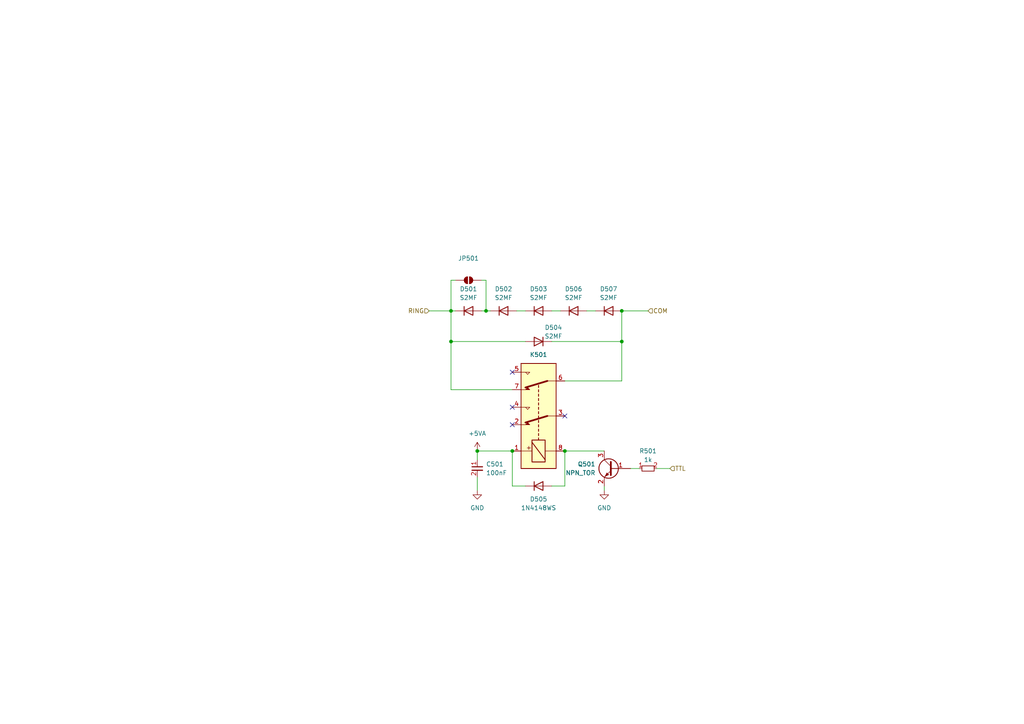
<source format=kicad_sch>
(kicad_sch (version 20231120) (generator "eeschema") (generator_version "8.0")
  (paper "A4")
  (lib_symbols
    (symbol "Jumper:SolderJumper_2_Open" (pin_numbers hide) (pin_names (offset 0) hide) (exclude_from_sim yes) (in_bom no)
      (property "Reference" "JP" (at 0 2.032 0))
      (property "Value" "SolderJumper_2_Open" (at 0 -2.54 0))
      (symbol "SolderJumper_2_Open_0_1"
        (arc (start -0.254 1.016) (mid -1.2656 0) (end -0.254 -1.016))
        (arc (start -0.254 1.016) (mid -1.2656 0) (end -0.254 -1.016) (fill (type outline)))
        (polyline (pts (xy -0.254 1.016) (xy -0.254 -1.016)))
        (polyline (pts (xy 0.254 1.016) (xy 0.254 -1.016)))
        (arc (start 0.254 -1.016) (mid 1.2656 0) (end 0.254 1.016))
        (arc (start 0.254 -1.016) (mid 1.2656 0) (end 0.254 1.016) (fill (type outline)))
      )
      (symbol "SolderJumper_2_Open_1_1"
        (pin passive line (at -3.81 0 0) (length 2.54) (name "A") (number "1"))
        (pin passive line (at 3.81 0 180) (length 2.54) (name "B") (number "2"))
      )
    )
    (symbol "capacitor_miscellaneous:C_0402_100nF"
      (property "Reference" "C" (at 1.27 2.54 0))
      (property "Value" "100nF" (at 3.81 -2.54 0))
      (symbol "C_0402_100nF_0_1"
        (polyline (pts (xy -1.524 -0.508) (xy 1.524 -0.508)) (stroke (width 0.3302)))
        (polyline (pts (xy -1.524 0.508) (xy 1.524 0.508)) (stroke (width 0.3048)))
      )
      (symbol "C_0402_100nF_1_1"
        (pin passive line (at 0 2.54 270) (length 2.032) (name "~") (number "1"))
        (pin passive line (at 0 -2.54 90) (length 2.032) (name "~") (number "2"))
      )
    )
    (symbol "custom_kicad_lib_sk:1N4148WS" (pin_numbers hide) (pin_names hide)
      (property "Reference" "D" (at 0 2.54 0))
      (property "Value" "1N4148WS" (at 0 -2.54 0))
      (symbol "1N4148WS_0_1"
        (polyline (pts (xy -1.27 1.27) (xy -1.27 -1.27)) (stroke (width 0.254)))
        (polyline (pts (xy 1.27 0) (xy -1.27 0)))
        (polyline (pts (xy 1.27 1.27) (xy 1.27 -1.27) (xy -1.27 0) (xy 1.27 1.27)) (stroke (width 0.254)))
      )
      (symbol "1N4148WS_1_1"
        (pin passive line (at -3.81 0 0) (length 2.54) (name "K") (number "1"))
        (pin passive line (at 3.81 0 180) (length 2.54) (name "A") (number "2"))
      )
    )
    (symbol "custom_kicad_lib_sk:G6K-2F-Y-TR DC5"
      (property "Reference" "K" (at 16.51 3.81 0))
      (symbol "G6K-2F-Y-TR DC5_0_0"
        (text "+" (at -9.271 2.921 0) (effects (font (size 1.27 1.27))))
      )
      (symbol "G6K-2F-Y-TR DC5_0_1"
        (rectangle (start -15.24 5.08) (end 15.24 -5.08) (stroke (width 0.254)) (fill (type background)))
        (rectangle (start -13.335 1.905) (end -6.985 -1.905) (stroke (width 0.254)))
        (polyline (pts (xy -12.7 -1.905) (xy -7.62 1.905)) (stroke (width 0.254)))
        (polyline (pts (xy -10.16 -5.08) (xy -10.16 -1.905)))
        (polyline (pts (xy -10.16 5.08) (xy -10.16 1.905)))
        (polyline (pts (xy -6.985 0) (xy -6.35 0)) (stroke (width 0.254)))
        (polyline (pts (xy -5.715 0) (xy -5.08 0)) (stroke (width 0.254)))
        (polyline (pts (xy -4.445 0) (xy -3.81 0)) (stroke (width 0.254)))
        (polyline (pts (xy -3.175 0) (xy -2.54 0)) (stroke (width 0.254)))
        (polyline (pts (xy -1.905 0) (xy -1.27 0)) (stroke (width 0.254)))
        (polyline (pts (xy -0.635 0) (xy 0 0)) (stroke (width 0.254)))
        (polyline (pts (xy 0 -2.54) (xy -1.905 3.81)) (stroke (width 0.508)))
        (polyline (pts (xy 0 -2.54) (xy 0 -5.08)))
        (polyline (pts (xy 0.635 0) (xy 1.27 0)) (stroke (width 0.254)))
        (polyline (pts (xy 1.905 0) (xy 2.54 0)) (stroke (width 0.254)))
        (polyline (pts (xy 3.175 0) (xy 3.81 0)) (stroke (width 0.254)))
        (polyline (pts (xy 4.445 0) (xy 5.08 0)) (stroke (width 0.254)))
        (polyline (pts (xy 5.715 0) (xy 6.35 0)) (stroke (width 0.254)))
        (polyline (pts (xy 6.985 0) (xy 7.62 0)) (stroke (width 0.254)))
        (polyline (pts (xy 8.255 0) (xy 8.89 0)) (stroke (width 0.254)))
        (polyline (pts (xy 10.16 -2.54) (xy 8.255 3.81)) (stroke (width 0.508)))
        (polyline (pts (xy 10.16 -2.54) (xy 10.16 -5.08)))
        (polyline (pts (xy -2.54 5.08) (xy -2.54 2.54) (xy -1.905 3.175) (xy -2.54 3.81)) (fill (type outline)))
        (polyline (pts (xy 2.54 5.08) (xy 2.54 2.54) (xy 1.905 3.175) (xy 2.54 3.81)))
        (polyline (pts (xy 7.62 5.08) (xy 7.62 2.54) (xy 8.255 3.175) (xy 7.62 3.81)) (fill (type outline)))
        (polyline (pts (xy 12.7 5.08) (xy 12.7 2.54) (xy 12.065 3.175) (xy 12.7 3.81)))
      )
      (symbol "G6K-2F-Y-TR DC5_1_1"
        (pin passive line (at -10.16 7.62 270) (length 2.54) (name "~") (number "1"))
        (pin passive line (at -2.54 7.62 270) (length 2.54) (name "~") (number "2"))
        (pin passive line (at 0 -7.62 90) (length 2.54) (name "~") (number "3"))
        (pin passive line (at 2.54 7.62 270) (length 2.54) (name "~") (number "4"))
        (pin passive line (at 12.7 7.62 270) (length 2.54) (name "~") (number "5"))
        (pin passive line (at 10.16 -7.62 90) (length 2.54) (name "~") (number "6"))
        (pin passive line (at 7.62 7.62 270) (length 2.54) (name "~") (number "7"))
        (pin passive line (at -10.16 -7.62 90) (length 2.54) (name "~") (number "8"))
      )
    )
    (symbol "custom_kicad_lib_sk:NPN_TOR" (pin_names (offset 0) hide)
      (property "Reference" "Q" (at 5.08 1.905 0))
      (property "Value" "NPN_TOR" (at 5.08 0 0))
      (symbol "NPN_TOR_0_1"
        (polyline (pts (xy 0.635 0.635) (xy 2.54 2.54)))
        (polyline (pts (xy 0.635 -0.635) (xy 2.54 -2.54) (xy 2.54 -2.54)))
        (polyline (pts (xy 0.635 1.905) (xy 0.635 -1.905) (xy 0.635 -1.905)) (stroke (width 0.508)))
        (polyline (pts (xy 1.27 -1.778) (xy 1.778 -1.27) (xy 2.286 -2.286) (xy 1.27 -1.778) (xy 1.27 -1.778)) (fill (type outline)))
        (circle (center 1.27 0) (radius 2.8194) (stroke (width 0.254)))
      )
      (symbol "NPN_TOR_1_1"
        (pin input line (at -5.08 0 0) (length 5.715) (name "B") (number "1"))
        (pin passive line (at 2.54 -5.08 90) (length 2.54) (name "E") (number "2"))
        (pin passive line (at 2.54 5.08 270) (length 2.54) (name "C") (number "3"))
      )
    )
    (symbol "custom_kicad_lib_sk:S2MF" (pin_numbers hide) (pin_names (offset 1.016) hide)
      (property "Reference" "D" (at 0 2.54 0))
      (property "Value" "S2MF" (at 0 -2.54 0))
      (symbol "S2MF_0_1"
        (polyline (pts (xy -1.27 1.27) (xy -1.27 -1.27)) (stroke (width 0.254)))
        (polyline (pts (xy 1.27 0) (xy -1.27 0)))
        (polyline (pts (xy 1.27 1.27) (xy 1.27 -1.27) (xy -1.27 0) (xy 1.27 1.27)) (stroke (width 0.254)))
      )
      (symbol "S2MF_1_1"
        (pin passive line (at -3.81 0 0) (length 2.54) (name "K") (number "1"))
        (pin passive line (at 3.81 0 180) (length 2.54) (name "A") (number "2"))
      )
    )
    (symbol "power:+5VA" (power) (pin_names (offset 0))
      (property "Value" "+5VA" (at 0 3.556 0))
      (symbol "+5VA_0_1"
        (polyline (pts (xy -0.762 1.27) (xy 0 2.54)))
        (polyline (pts (xy 0 0) (xy 0 2.54)))
        (polyline (pts (xy 0 2.54) (xy 0.762 1.27)))
      )
      (symbol "+5VA_1_1"
        (pin power_in line (at 0 0 90) (length 0) hide (name "+5VA") (number "1"))
      )
    )
    (symbol "power:GND" (power) (pin_names (offset 0))
      (property "Value" "GND" (at 0 -3.81 0))
      (symbol "GND_0_1"
        (polyline (pts (xy 0 0) (xy 0 -1.27) (xy 1.27 -1.27) (xy 0 -2.54) (xy -1.27 -1.27) (xy 0 -1.27)))
      )
      (symbol "GND_1_1"
        (pin power_in line (at 0 0 270) (length 0) hide (name "GND") (number "1"))
      )
    )
    (symbol "resistors_0603:R_1k_0603"
      (property "Reference" "R" (at 1.27 2.54 0))
      (property "Value" "1k" (at 2.54 -2.54 0))
      (symbol "R_1k_0603_0_1"
        (rectangle (start -0.762 1.778) (end 0.762 -1.778) (stroke (width 0.2032)))
      )
      (symbol "R_1k_0603_1_1"
        (pin passive line (at 0 2.54 270) (length 0.762) (name "~") (number "1"))
        (pin passive line (at 0 -2.54 90) (length 0.762) (name "~") (number "2"))
      )
    )
  )
  (junction (at 130.81 90.17))
  (junction (at 180.34 99.06))
  (junction (at 130.81 99.06))
  (junction (at 140.97 90.17))
  (junction (at 163.83 130.81))
  (junction (at 180.34 90.17))
  (junction (at 138.43 130.81))
  (junction (at 148.59 130.81))
  (no_connect (at 148.59 118.11))
  (no_connect (at 148.59 107.95))
  (no_connect (at 163.83 120.65))
  (no_connect (at 148.59 123.19))
  (wire (pts (xy 148.59 113.03) (xy 130.81 113.03)))
  (wire (pts (xy 139.7 90.17) (xy 140.97 90.17)))
  (wire (pts (xy 163.83 130.81) (xy 163.83 140.97)))
  (wire (pts (xy 160.02 99.06) (xy 180.34 99.06)))
  (wire (pts (xy 160.02 90.17) (xy 162.56 90.17)))
  (wire (pts (xy 140.97 81.28) (xy 140.97 90.17)))
  (wire (pts (xy 130.81 113.03) (xy 130.81 99.06)))
  (wire (pts (xy 163.83 130.81) (xy 175.26 130.81)))
  (wire (pts (xy 170.18 90.17) (xy 172.72 90.17)))
  (wire (pts (xy 180.34 99.06) (xy 180.34 90.17)))
  (wire (pts (xy 130.81 99.06) (xy 152.4 99.06)))
  (wire (pts (xy 124.46 90.17) (xy 130.81 90.17)))
  (wire (pts (xy 140.97 90.17) (xy 142.24 90.17)))
  (wire (pts (xy 130.81 81.28) (xy 130.81 90.17)))
  (wire (pts (xy 138.43 130.81) (xy 138.43 133.35)))
  (wire (pts (xy 130.81 90.17) (xy 132.08 90.17)))
  (wire (pts (xy 130.81 90.17) (xy 130.81 99.06)))
  (wire (pts (xy 130.81 81.28) (xy 132.08 81.28)))
  (wire (pts (xy 148.59 140.97) (xy 148.59 130.81)))
  (wire (pts (xy 149.86 90.17) (xy 152.4 90.17)))
  (wire (pts (xy 190.5 135.89) (xy 194.31 135.89)))
  (wire (pts (xy 180.34 110.49) (xy 180.34 99.06)))
  (wire (pts (xy 175.26 140.97) (xy 175.26 142.24)))
  (wire (pts (xy 182.88 135.89) (xy 185.42 135.89)))
  (wire (pts (xy 138.43 138.43) (xy 138.43 142.24)))
  (wire (pts (xy 140.97 81.28) (xy 139.7 81.28)))
  (wire (pts (xy 163.83 140.97) (xy 160.02 140.97)))
  (wire (pts (xy 163.83 110.49) (xy 180.34 110.49)))
  (wire (pts (xy 138.43 130.81) (xy 148.59 130.81)))
  (wire (pts (xy 152.4 140.97) (xy 148.59 140.97)))
  (wire (pts (xy 180.34 90.17) (xy 187.96 90.17)))
  (hierarchical_label "RING" (shape input) (at 124.46 90.17 180))
  (hierarchical_label "TTL" (shape input) (at 194.31 135.89 0))
  (hierarchical_label "COM" (shape input) (at 187.96 90.17 0))
  (symbol (lib_id "custom_kicad_lib_sk:S2MF") (at 166.37 90.17 0) (unit 1)
    (property "Reference" "D506" (at 166.37 83.82 0))
    (property "Value" "S2MF" (at 166.37 86.36 0))
    (property "Footprint" "custom_kicad_lib_sk:S2MF_DIODE" (effects (hide yes)))
    (property "Description" "Diode" (effects (hide yes)))
    (property "Sim.Device" "D" (effects (hide yes)))
    (property "Sim.Pins" "1=K 2=A" (effects (hide yes)))
    (property "JLCPCB Part#" "C5125722" (effects (hide yes)))
  )
  (symbol (lib_id "custom_kicad_lib_sk:G6K-2F-Y-TR DC5") (at 156.21 120.65 90) (unit 1)
    (property "Reference" "K501" (at 156.21 102.87 90))
    (property "Value" "G6K-2F-Y-TR DC5" (effects (hide yes)))
    (property "Footprint" "Relay_SMD:Relay_DPDT_Omron_G6K-2F-Y" (effects (hide yes)))
    (property "Datasheet" "http://omronfs.omron.com/en_US/ecb/products/pdf/en-g6k.pdf" (effects (hide yes)))
    (property "JLCPCB Part#" "C47190" (effects (hide yes)))
  )
  (symbol (lib_id "custom_kicad_lib_sk:S2MF") (at 176.53 90.17 0) (unit 1)
    (property "Reference" "D507" (at 176.53 83.82 0))
    (property "Value" "S2MF" (at 176.53 86.36 0))
    (property "Footprint" "custom_kicad_lib_sk:S2MF_DIODE" (effects (hide yes)))
    (property "Description" "Diode" (effects (hide yes)))
    (property "Sim.Device" "D" (effects (hide yes)))
    (property "Sim.Pins" "1=K 2=A" (effects (hide yes)))
    (property "JLCPCB Part#" "C5125722" (effects (hide yes)))
  )
  (symbol (lib_id "power:GND") (at 138.43 142.24 0) (unit 1)
    (property "Reference" "#PWR0503" (effects (hide yes)))
    (property "Value" "GND" (at 138.43 147.32 0))
  )
  (symbol (lib_id "resistors_0603:R_1k_0603") (at 187.96 135.89 90) (unit 1)
    (property "Reference" "R501" (at 187.96 130.81 90))
    (property "Value" "1k" (at 187.96 133.35 90))
    (property "Footprint" "custom_kicad_lib_sk:R_0603_smalltext" (effects (hide yes)))
    (property "JLCPCB Part#" "C21190" (effects (hide yes)))
  )
  (symbol (lib_id "custom_kicad_lib_sk:S2MF") (at 146.05 90.17 0) (unit 1)
    (property "Reference" "D502" (at 146.05 83.82 0))
    (property "Value" "S2MF" (at 146.05 86.36 0))
    (property "Footprint" "custom_kicad_lib_sk:S2MF_DIODE" (effects (hide yes)))
    (property "Description" "Diode" (effects (hide yes)))
    (property "Sim.Device" "D" (effects (hide yes)))
    (property "Sim.Pins" "1=K 2=A" (effects (hide yes)))
    (property "JLCPCB Part#" "C5125722" (effects (hide yes)))
  )
  (symbol (lib_id "power:+5VA") (at 138.43 130.81 0) (unit 1)
    (property "Reference" "#PWR0501" (effects (hide yes)))
    (property "Value" "+5VA" (at 138.43 125.73 0))
  )
  (symbol (lib_id "custom_kicad_lib_sk:NPN_TOR") (at 177.8 135.89 0) (mirror y) (unit 1)
    (property "Reference" "Q501" (at 172.72 134.62 0) (effects (justify left)))
    (property "Value" "NPN_TOR" (at 172.72 137.16 0) (effects (justify left)))
    (property "Footprint" "Package_TO_SOT_SMD:SOT-23" (effects (hide yes)))
    (property "JLCPCB Part#" "C2145" (effects (hide yes)))
  )
  (symbol (lib_id "capacitor_miscellaneous:C_0402_100nF") (at 138.43 135.89 0) (unit 1)
    (property "Reference" "C501" (at 140.97 134.6263 0) (effects (justify left)))
    (property "Value" "100nF" (at 140.97 137.1663 0) (effects (justify left)))
    (property "Footprint" "Capacitor_SMD:C_0402_1005Metric" (effects (hide yes)))
    (property "JLCPCB Part#" "C307331" (effects (hide yes)))
  )
  (symbol (lib_id "custom_kicad_lib_sk:S2MF") (at 135.89 90.17 0) (unit 1)
    (property "Reference" "D501" (at 135.89 83.82 0))
    (property "Value" "S2MF" (at 135.89 86.36 0))
    (property "Footprint" "custom_kicad_lib_sk:S2MF_DIODE" (effects (hide yes)))
    (property "Description" "Diode" (effects (hide yes)))
    (property "Sim.Device" "D" (effects (hide yes)))
    (property "Sim.Pins" "1=K 2=A" (effects (hide yes)))
    (property "JLCPCB Part#" "C5125722" (effects (hide yes)))
  )
  (symbol (lib_id "custom_kicad_lib_sk:1N4148WS") (at 156.21 140.97 0) (unit 1)
    (property "Reference" "D505" (at 156.21 144.78 0))
    (property "Value" "1N4148WS" (at 156.21 147.32 0))
    (property "Footprint" "Diode_SMD:D_SOD-323" (effects (hide yes)))
    (property "Datasheet" "https://www.vishay.com/docs/85751/1n4148ws.pdf" (effects (hide yes)))
    (property "Sim.Device" "D" (effects (hide yes)))
    (property "Sim.Pins" "1=K 2=A" (effects (hide yes)))
    (property "JLCPCB Part#" "C2128" (effects (hide yes)))
  )
  (symbol (lib_id "Jumper:SolderJumper_2_Open") (at 135.89 81.28 0) (unit 1) (exclude_from_sim yes) (in_bom no)
    (property "Reference" "JP501" (at 135.89 74.93 0))
    (property "Value" "SolderJumper_2_Open" (effects (hide yes)))
    (property "Footprint" "Jumper:SolderJumper-2_P1.3mm_Open_RoundedPad1.0x1.5mm" (effects (hide yes)))
    (property "Description" "Solder Jumper, 2-pole, open" (effects (hide yes)))
  )
  (symbol (lib_id "custom_kicad_lib_sk:S2MF") (at 156.21 99.06 180) (unit 1)
    (property "Reference" "D504" (at 160.528 94.996 0))
    (property "Value" "S2MF" (at 160.528 97.536 0))
    (property "Footprint" "custom_kicad_lib_sk:S2MF_DIODE" (effects (hide yes)))
    (property "Description" "Diode" (effects (hide yes)))
    (property "Sim.Device" "D" (effects (hide yes)))
    (property "Sim.Pins" "1=K 2=A" (effects (hide yes)))
    (property "JLCPCB Part#" "C5125722" (effects (hide yes)))
  )
  (symbol (lib_id "power:GND") (at 175.26 142.24 0) (unit 1)
    (property "Reference" "#PWR0502" (effects (hide yes)))
    (property "Value" "GND" (at 175.26 147.32 0))
  )
  (symbol (lib_id "custom_kicad_lib_sk:S2MF") (at 156.21 90.17 0) (unit 1)
    (property "Reference" "D503" (at 156.21 83.82 0))
    (property "Value" "S2MF" (at 156.21 86.36 0))
    (property "Footprint" "custom_kicad_lib_sk:S2MF_DIODE" (effects (hide yes)))
    (property "Description" "Diode" (effects (hide yes)))
    (property "Sim.Device" "D" (effects (hide yes)))
    (property "Sim.Pins" "1=K 2=A" (effects (hide yes)))
    (property "JLCPCB Part#" "C5125722" (effects (hide yes)))
  )
)
</source>
